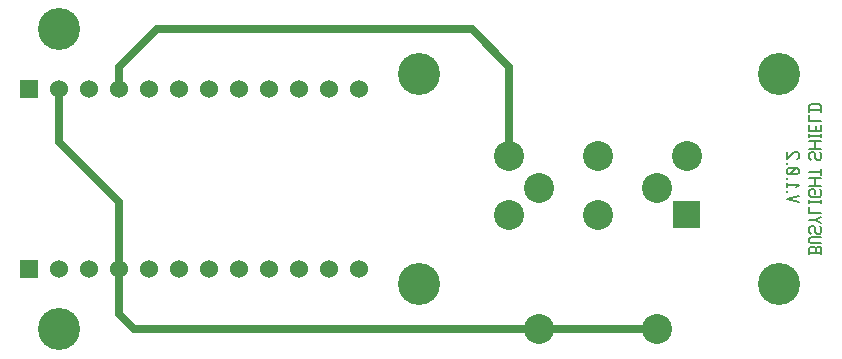
<source format=gbl>
G04 start of page 3 for group 1 idx 1 *
G04 Title: (unknown), ground *
G04 Creator: pcb 4.3.0 *
G04 CreationDate: Wed Mar 23 17:19:41 2022 UTC *
G04 For: steve *
G04 Format: Gerber/RS-274X *
G04 PCB-Dimensions (mil): 3200.00 1400.00 *
G04 PCB-Coordinate-Origin: lower left *
%MOIN*%
%FSLAX25Y25*%
%LNGBL*%
%ADD26C,0.0380*%
%ADD25C,0.1300*%
%ADD24C,0.1400*%
%ADD23C,0.1000*%
%ADD22C,0.0600*%
%ADD21C,0.0001*%
%ADD20C,0.0060*%
%ADD19C,0.0250*%
G54D19*X270700Y76700D02*X269200Y78200D01*
X239200Y77800D02*X239600Y78200D01*
X270200Y77200D02*X269200Y78200D01*
X259300Y20000D02*X85000D01*
X210000Y107500D02*Y78000D01*
X210100Y77900D01*
X60000Y82500D02*X80000Y62500D01*
X85000Y20000D02*X80000Y25000D01*
Y62500D02*Y25000D01*
X60000Y100000D02*Y82500D01*
X80000Y107500D02*X87500Y115000D01*
X80000Y100000D02*Y107500D01*
X85000Y112500D01*
X210000Y107500D02*X197500Y120000D01*
X92500D01*
X86250Y113750D01*
G54D20*X310000Y45000D02*Y47000D01*
X310500Y47500D01*
X311700D01*
X312200Y47000D02*X311700Y47500D01*
X312200Y45500D02*Y47000D01*
X310000Y45500D02*X314000D01*
Y45000D02*Y47000D01*
X313500Y47500D01*
X312700D02*X313500D01*
X312200Y47000D02*X312700Y47500D01*
X310500Y48700D02*X314000D01*
X310500D02*X310000Y49200D01*
Y50200D01*
X310500Y50700D01*
X314000D01*
Y53900D02*X313500Y54400D01*
X314000Y52400D02*Y53900D01*
X313500Y51900D02*X314000Y52400D01*
X312500Y51900D02*X313500D01*
X312500D02*X312000Y52400D01*
Y53900D01*
X311500Y54400D01*
X310500D02*X311500D01*
X310000Y53900D02*X310500Y54400D01*
X310000Y52400D02*Y53900D01*
X310500Y51900D02*X310000Y52400D01*
X314000Y55600D02*X312000Y56600D01*
X314000Y57600D01*
X310000Y56600D02*X312000D01*
X310000Y58800D02*X314000D01*
X310000D02*Y60800D01*
X314000Y62000D02*Y63000D01*
X310000Y62500D02*X314000D01*
X310000Y62000D02*Y63000D01*
X314000Y66200D02*X313500Y66700D01*
X314000Y64700D02*Y66200D01*
X313500Y64200D02*X314000Y64700D01*
X310500Y64200D02*X313500D01*
X310500D02*X310000Y64700D01*
Y66200D01*
X310500Y66700D01*
X311500D01*
X312000Y66200D02*X311500Y66700D01*
X312000Y65200D02*Y66200D01*
X310000Y67900D02*X314000D01*
X310000Y70400D02*X314000D01*
X312000Y67900D02*Y70400D01*
X314000Y71600D02*Y73600D01*
X310000Y72600D02*X314000D01*
Y78600D02*X313500Y79100D01*
X314000Y77100D02*Y78600D01*
X313500Y76600D02*X314000Y77100D01*
X312500Y76600D02*X313500D01*
X312500D02*X312000Y77100D01*
Y78600D01*
X311500Y79100D01*
X310500D02*X311500D01*
X310000Y78600D02*X310500Y79100D01*
X310000Y77100D02*Y78600D01*
X310500Y76600D02*X310000Y77100D01*
Y80300D02*X314000D01*
X310000Y82800D02*X314000D01*
X312000Y80300D02*Y82800D01*
X314000Y84000D02*Y85000D01*
X310000Y84500D02*X314000D01*
X310000Y84000D02*Y85000D01*
X312200Y86200D02*Y87700D01*
X310000Y86200D02*Y88200D01*
Y86200D02*X314000D01*
Y88200D01*
X310000Y89400D02*X314000D01*
X310000D02*Y91400D01*
Y93100D02*X314000D01*
Y94400D02*X313300Y95100D01*
X310700D02*X313300D01*
X310000Y94400D02*X310700Y95100D01*
X310000Y92600D02*Y94400D01*
X314000Y92600D02*Y94400D01*
X306500Y62500D02*X302500Y63500D01*
X306500Y64500D01*
X302500Y65700D02*Y66200D01*
X305700Y67400D02*X306500Y68200D01*
X302500D02*X306500D01*
X302500Y67400D02*Y68900D01*
Y70100D02*Y70600D01*
X303000Y71800D02*X302500Y72300D01*
X303000Y71800D02*X306000D01*
X306500Y72300D01*
Y73300D01*
X306000Y73800D01*
X303000D02*X306000D01*
X302500Y73300D02*X303000Y73800D01*
X302500Y72300D02*Y73300D01*
X303500Y71800D02*X305500Y73800D01*
X302500Y75000D02*Y75500D01*
X306000Y76700D02*X306500Y77200D01*
Y78700D01*
X306000Y79200D01*
X305000D02*X306000D01*
X302500Y76700D02*X305000Y79200D01*
X302500Y76700D02*Y79200D01*
G54D21*G36*
X47000Y43000D02*Y37000D01*
X53000D01*
Y43000D01*
X47000D01*
G37*
G54D22*X60000Y40000D03*
X70000D03*
X80000D03*
X90000D03*
X100000D03*
X110000D03*
X120000D03*
X80000Y100000D03*
X90000D03*
X100000D03*
X110000D03*
G54D21*G36*
X47000Y103000D02*Y97000D01*
X53000D01*
Y103000D01*
X47000D01*
G37*
G54D22*X60000Y100000D03*
X70000D03*
X120000D03*
X130000D03*
X140000D03*
X150000D03*
X160000D03*
X130000Y40000D03*
X140000D03*
X150000D03*
X160000D03*
G54D23*X210100Y58200D03*
X220000Y67300D03*
X210100Y77900D03*
X220000Y20000D03*
X239600Y77900D03*
Y58200D03*
X259300Y67300D03*
Y20000D03*
X269200Y77900D03*
G54D21*G36*
X264700Y62700D02*Y53700D01*
X273700D01*
Y62700D01*
X264700D01*
G37*
G54D24*X180000Y35000D03*
Y105000D03*
X300000D03*
Y35000D03*
X60000Y20000D03*
Y120000D03*
G54D25*G54D26*G54D22*M02*

</source>
